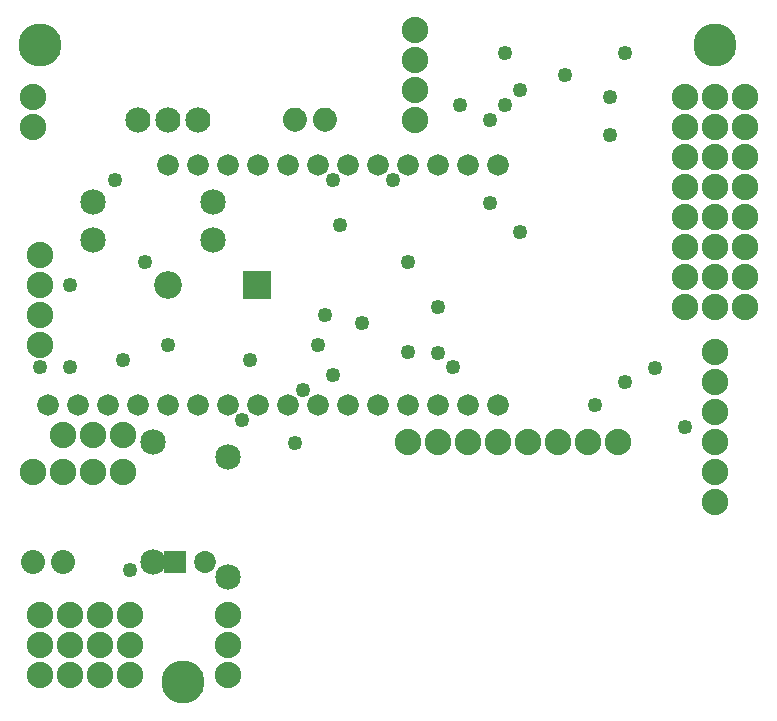
<source format=gbs>
G04 MADE WITH FRITZING*
G04 WWW.FRITZING.ORG*
G04 DOUBLE SIDED*
G04 HOLES PLATED*
G04 CONTOUR ON CENTER OF CONTOUR VECTOR*
%ASAXBY*%
%FSLAX23Y23*%
%MOIN*%
%OFA0B0*%
%SFA1.0B1.0*%
%ADD10C,0.049370*%
%ADD11C,0.088000*%
%ADD12C,0.072000*%
%ADD13C,0.085000*%
%ADD14C,0.143858*%
%ADD15C,0.080000*%
%ADD16C,0.072992*%
%ADD17C,0.084000*%
%ADD18C,0.092000*%
%ADD19R,0.072992X0.072992*%
%ADD20R,0.092000X0.092000*%
%ADD21R,0.001000X0.001000*%
%LNMASK0*%
G90*
G70*
G54D10*
X205Y1150D03*
X456Y1500D03*
X1656Y2199D03*
X531Y1225D03*
X1056Y1325D03*
X1331Y1200D03*
X1031Y1225D03*
X2006Y1925D03*
X1506Y2025D03*
X1656Y2025D03*
X1706Y2075D03*
X780Y975D03*
G54D11*
X381Y925D03*
X281Y925D03*
X181Y925D03*
X81Y1950D03*
X81Y2050D03*
G54D10*
X381Y1175D03*
X1331Y1500D03*
X1281Y1775D03*
X806Y1175D03*
X106Y1150D03*
G54D12*
X1631Y1025D03*
X1531Y1025D03*
X1431Y1025D03*
X1331Y1025D03*
X1231Y1025D03*
X1131Y1025D03*
X1031Y1025D03*
X931Y1025D03*
X831Y1025D03*
X731Y1025D03*
X631Y1025D03*
X531Y1025D03*
X431Y1025D03*
X331Y1025D03*
X231Y1025D03*
X131Y1025D03*
X531Y1825D03*
X631Y1825D03*
X731Y1825D03*
X831Y1825D03*
X931Y1825D03*
X1031Y1825D03*
X1131Y1825D03*
X1231Y1825D03*
X1331Y1825D03*
X1431Y1825D03*
X1531Y1825D03*
X1631Y1825D03*
G54D10*
X1481Y1150D03*
X2055Y2199D03*
X2006Y2050D03*
X1180Y1299D03*
X982Y1073D03*
X956Y899D03*
X406Y474D03*
G54D11*
X2356Y1350D03*
X2356Y1450D03*
X2356Y1550D03*
X2356Y1650D03*
X2356Y1750D03*
X2356Y1850D03*
X2356Y1950D03*
X2356Y2050D03*
X2456Y1350D03*
X2456Y1450D03*
X2456Y1550D03*
X2456Y1650D03*
X2456Y1750D03*
X2456Y1850D03*
X2456Y1950D03*
X2456Y2050D03*
G54D10*
X1856Y2125D03*
X1606Y1975D03*
X1431Y1350D03*
X1431Y1199D03*
X1081Y1125D03*
G54D11*
X2256Y1350D03*
X2256Y1450D03*
X2256Y1550D03*
X2256Y1650D03*
X2256Y1750D03*
X2256Y1850D03*
X2256Y1950D03*
X2256Y2050D03*
G54D13*
X481Y900D03*
X481Y500D03*
G54D14*
X2356Y2225D03*
G54D11*
X2031Y900D03*
X1931Y900D03*
X1831Y900D03*
X1731Y900D03*
X1631Y900D03*
X1531Y900D03*
X1431Y900D03*
X1331Y900D03*
G54D10*
X1081Y1775D03*
G54D15*
X181Y500D03*
X81Y500D03*
G54D16*
X557Y500D03*
X656Y500D03*
G54D14*
X106Y2225D03*
G54D10*
X2056Y1100D03*
X1106Y1625D03*
G54D11*
X1356Y1975D03*
X1356Y2075D03*
X1356Y2175D03*
X1356Y2275D03*
X106Y1225D03*
X106Y1325D03*
X106Y1425D03*
X106Y1525D03*
X106Y225D03*
X206Y225D03*
X306Y225D03*
X406Y225D03*
G54D13*
X731Y450D03*
X731Y850D03*
G54D17*
X431Y1975D03*
X531Y1975D03*
X631Y1975D03*
G54D10*
X2256Y950D03*
G54D11*
X106Y125D03*
X206Y125D03*
X306Y125D03*
X406Y125D03*
G54D13*
X281Y1575D03*
X681Y1575D03*
G54D11*
X731Y125D03*
X731Y225D03*
X731Y325D03*
G54D10*
X2155Y1149D03*
G54D11*
X106Y325D03*
X206Y325D03*
X306Y325D03*
X406Y325D03*
G54D14*
X581Y100D03*
G54D10*
X1956Y1025D03*
G54D13*
X281Y1700D03*
X681Y1700D03*
G54D11*
X81Y800D03*
X181Y800D03*
X281Y800D03*
X381Y800D03*
G54D10*
X1706Y1600D03*
G54D11*
X2356Y700D03*
X2356Y800D03*
X2356Y900D03*
X2356Y1000D03*
X2356Y1100D03*
X2356Y1200D03*
G54D10*
X1606Y1699D03*
G54D18*
X829Y1425D03*
X531Y1425D03*
G54D10*
X206Y1425D03*
X356Y1775D03*
G54D19*
X557Y500D03*
G54D20*
X830Y1425D03*
G54D21*
X951Y2015D02*
X959Y2015D01*
X1051Y2015D02*
X1059Y2015D01*
X946Y2014D02*
X964Y2014D01*
X1046Y2014D02*
X1064Y2014D01*
X942Y2013D02*
X968Y2013D01*
X1042Y2013D02*
X1068Y2013D01*
X940Y2012D02*
X971Y2012D01*
X1040Y2012D02*
X1071Y2012D01*
X938Y2011D02*
X973Y2011D01*
X1038Y2011D02*
X1073Y2011D01*
X936Y2010D02*
X974Y2010D01*
X1036Y2010D02*
X1074Y2010D01*
X934Y2009D02*
X976Y2009D01*
X1034Y2009D02*
X1076Y2009D01*
X933Y2008D02*
X978Y2008D01*
X1033Y2008D02*
X1078Y2008D01*
X931Y2007D02*
X979Y2007D01*
X1031Y2007D02*
X1079Y2007D01*
X930Y2006D02*
X980Y2006D01*
X1030Y2006D02*
X1080Y2006D01*
X929Y2005D02*
X981Y2005D01*
X1029Y2005D02*
X1081Y2005D01*
X928Y2004D02*
X982Y2004D01*
X1028Y2004D02*
X1082Y2004D01*
X927Y2003D02*
X983Y2003D01*
X1027Y2003D02*
X1083Y2003D01*
X926Y2002D02*
X984Y2002D01*
X1026Y2002D02*
X1084Y2002D01*
X925Y2001D02*
X985Y2001D01*
X1025Y2001D02*
X1085Y2001D01*
X924Y2000D02*
X986Y2000D01*
X1024Y2000D02*
X1086Y2000D01*
X924Y1999D02*
X987Y1999D01*
X1024Y1999D02*
X1087Y1999D01*
X923Y1998D02*
X987Y1998D01*
X1023Y1998D02*
X1087Y1998D01*
X922Y1997D02*
X988Y1997D01*
X1022Y1997D02*
X1088Y1997D01*
X922Y1996D02*
X989Y1996D01*
X1022Y1996D02*
X1089Y1996D01*
X921Y1995D02*
X989Y1995D01*
X1021Y1995D02*
X1089Y1995D01*
X920Y1994D02*
X990Y1994D01*
X1020Y1994D02*
X1090Y1994D01*
X920Y1993D02*
X990Y1993D01*
X1020Y1993D02*
X1090Y1993D01*
X919Y1992D02*
X991Y1992D01*
X1019Y1992D02*
X1091Y1992D01*
X919Y1991D02*
X991Y1991D01*
X1019Y1991D02*
X1091Y1991D01*
X918Y1990D02*
X992Y1990D01*
X1018Y1990D02*
X1092Y1990D01*
X918Y1989D02*
X992Y1989D01*
X1018Y1989D02*
X1092Y1989D01*
X918Y1988D02*
X993Y1988D01*
X1018Y1988D02*
X1092Y1988D01*
X917Y1987D02*
X993Y1987D01*
X1017Y1987D02*
X1093Y1987D01*
X917Y1986D02*
X993Y1986D01*
X1017Y1986D02*
X1093Y1986D01*
X917Y1985D02*
X993Y1985D01*
X1017Y1985D02*
X1093Y1985D01*
X917Y1984D02*
X994Y1984D01*
X1017Y1984D02*
X1094Y1984D01*
X916Y1983D02*
X994Y1983D01*
X1016Y1983D02*
X1094Y1983D01*
X916Y1982D02*
X994Y1982D01*
X1016Y1982D02*
X1094Y1982D01*
X916Y1981D02*
X994Y1981D01*
X1016Y1981D02*
X1094Y1981D01*
X916Y1980D02*
X994Y1980D01*
X1016Y1980D02*
X1094Y1980D01*
X916Y1979D02*
X994Y1979D01*
X1016Y1979D02*
X1094Y1979D01*
X916Y1978D02*
X994Y1978D01*
X1016Y1978D02*
X1094Y1978D01*
X916Y1977D02*
X995Y1977D01*
X1016Y1977D02*
X1095Y1977D01*
X916Y1976D02*
X995Y1976D01*
X1016Y1976D02*
X1095Y1976D01*
X916Y1975D02*
X995Y1975D01*
X1016Y1975D02*
X1095Y1975D01*
X916Y1974D02*
X995Y1974D01*
X1016Y1974D02*
X1095Y1974D01*
X916Y1973D02*
X994Y1973D01*
X1016Y1973D02*
X1094Y1973D01*
X916Y1972D02*
X994Y1972D01*
X1016Y1972D02*
X1094Y1972D01*
X916Y1971D02*
X994Y1971D01*
X1016Y1971D02*
X1094Y1971D01*
X916Y1970D02*
X994Y1970D01*
X1016Y1970D02*
X1094Y1970D01*
X916Y1969D02*
X994Y1969D01*
X1016Y1969D02*
X1094Y1969D01*
X916Y1968D02*
X994Y1968D01*
X1016Y1968D02*
X1094Y1968D01*
X917Y1967D02*
X994Y1967D01*
X1017Y1967D02*
X1094Y1967D01*
X917Y1966D02*
X993Y1966D01*
X1017Y1966D02*
X1093Y1966D01*
X917Y1965D02*
X993Y1965D01*
X1017Y1965D02*
X1093Y1965D01*
X917Y1964D02*
X993Y1964D01*
X1017Y1964D02*
X1093Y1964D01*
X918Y1963D02*
X993Y1963D01*
X1018Y1963D02*
X1093Y1963D01*
X918Y1962D02*
X992Y1962D01*
X1018Y1962D02*
X1092Y1962D01*
X918Y1961D02*
X992Y1961D01*
X1018Y1961D02*
X1092Y1961D01*
X919Y1960D02*
X992Y1960D01*
X1019Y1960D02*
X1092Y1960D01*
X919Y1959D02*
X991Y1959D01*
X1019Y1959D02*
X1091Y1959D01*
X920Y1958D02*
X991Y1958D01*
X1020Y1958D02*
X1091Y1958D01*
X920Y1957D02*
X990Y1957D01*
X1020Y1957D02*
X1090Y1957D01*
X921Y1956D02*
X990Y1956D01*
X1021Y1956D02*
X1090Y1956D01*
X921Y1955D02*
X989Y1955D01*
X1021Y1955D02*
X1089Y1955D01*
X922Y1954D02*
X988Y1954D01*
X1022Y1954D02*
X1088Y1954D01*
X923Y1953D02*
X988Y1953D01*
X1023Y1953D02*
X1088Y1953D01*
X923Y1952D02*
X987Y1952D01*
X1023Y1952D02*
X1087Y1952D01*
X924Y1951D02*
X986Y1951D01*
X1024Y1951D02*
X1086Y1951D01*
X925Y1950D02*
X986Y1950D01*
X1025Y1950D02*
X1086Y1950D01*
X926Y1949D02*
X985Y1949D01*
X1026Y1949D02*
X1085Y1949D01*
X927Y1948D02*
X984Y1948D01*
X1026Y1948D02*
X1084Y1948D01*
X927Y1947D02*
X983Y1947D01*
X1027Y1947D02*
X1083Y1947D01*
X929Y1946D02*
X982Y1946D01*
X1029Y1946D02*
X1082Y1946D01*
X930Y1945D02*
X981Y1945D01*
X1030Y1945D02*
X1081Y1945D01*
X931Y1944D02*
X979Y1944D01*
X1031Y1944D02*
X1079Y1944D01*
X932Y1943D02*
X978Y1943D01*
X1032Y1943D02*
X1078Y1943D01*
X934Y1942D02*
X977Y1942D01*
X1034Y1942D02*
X1077Y1942D01*
X935Y1941D02*
X975Y1941D01*
X1035Y1941D02*
X1075Y1941D01*
X937Y1940D02*
X973Y1940D01*
X1037Y1940D02*
X1073Y1940D01*
X939Y1939D02*
X971Y1939D01*
X1039Y1939D02*
X1071Y1939D01*
X941Y1938D02*
X969Y1938D01*
X1041Y1938D02*
X1069Y1938D01*
X944Y1937D02*
X966Y1937D01*
X1044Y1937D02*
X1066Y1937D01*
X949Y1936D02*
X961Y1936D01*
X1049Y1936D02*
X1061Y1936D01*
D02*
G04 End of Mask0*
M02*
</source>
